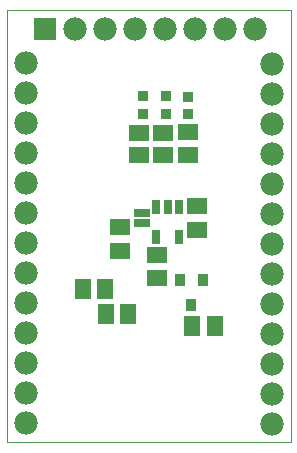
<source format=gbs>
G75*
G70*
%OFA0B0*%
%FSLAX24Y24*%
%IPPOS*%
%LPD*%
%AMOC8*
5,1,8,0,0,1.08239X$1,22.5*
%
%ADD10C,0.0000*%
%ADD11C,0.0780*%
%ADD12R,0.0780X0.0780*%
%ADD13R,0.0552X0.0670*%
%ADD14R,0.0355X0.0394*%
%ADD15R,0.0670X0.0552*%
%ADD16R,0.0355X0.0355*%
%ADD17R,0.0257X0.0512*%
%ADD18R,0.0540X0.0290*%
D10*
X000380Y000225D02*
X000380Y014621D01*
X009829Y014621D01*
X009829Y000225D01*
X000380Y000225D01*
D11*
X001001Y000875D03*
X001001Y001875D03*
X001001Y002875D03*
X001001Y003875D03*
X001001Y004875D03*
X001001Y005875D03*
X001001Y006875D03*
X001001Y007875D03*
X001001Y008875D03*
X001001Y009875D03*
X001001Y010875D03*
X001001Y011875D03*
X001001Y012875D03*
X002650Y014010D03*
X003650Y014010D03*
X004650Y014010D03*
X005650Y014010D03*
X006650Y014010D03*
X007650Y014010D03*
X008650Y014010D03*
X009211Y012839D03*
X009211Y011839D03*
X009211Y010839D03*
X009211Y009839D03*
X009211Y008839D03*
X009211Y007839D03*
X009211Y006839D03*
X009211Y005839D03*
X009211Y004839D03*
X009211Y003839D03*
X009211Y002839D03*
X009211Y001839D03*
X009211Y000839D03*
D12*
X001650Y014010D03*
D13*
X002902Y005330D03*
X003650Y005330D03*
X003663Y004484D03*
X004411Y004484D03*
X006552Y004112D03*
X007300Y004112D03*
D14*
X006526Y004807D03*
X006152Y005633D03*
X006900Y005633D03*
D15*
X006719Y007311D03*
X006719Y008099D03*
X006395Y009802D03*
X006395Y010550D03*
X005577Y010547D03*
X005577Y009799D03*
X004780Y009790D03*
X004780Y010538D03*
X004154Y007391D03*
X004154Y006604D03*
X005367Y006456D03*
X005367Y005708D03*
D16*
X005661Y011167D03*
X005661Y011757D03*
X006401Y011748D03*
X006401Y011158D03*
X004912Y011159D03*
X004912Y011750D03*
D17*
X005360Y008079D03*
X005734Y008079D03*
X006108Y008079D03*
X006108Y007055D03*
X005360Y007055D03*
D18*
X004883Y007521D03*
X004883Y007876D03*
M02*

</source>
